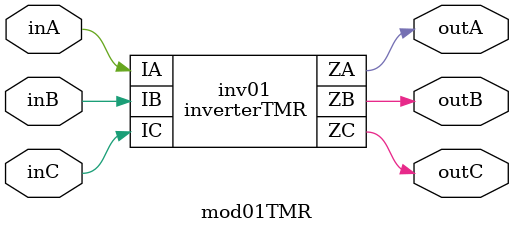
<source format=v>
module inverterTMR(
  IA,  IB,  IC,
  ZA,  ZB,  ZC
);
input IA, IB, IC;
output ZA, ZB, ZC;
assign ZA =  ~IA;
assign ZB =  ~IB;
assign ZC =  ~IC;
endmodule

module mod01TMR(
  inA,  inB,  inC,
  outA, outB, outC
);
input  inA, inB, inC;
output outA, outB, outC;

inverterTMR inv01 (
  .IA(inA),
  .IB(inB),
  .IC(inC),
  .ZA(outA),
  .ZB(outB),
  .ZC(outC)
);
endmodule

</source>
